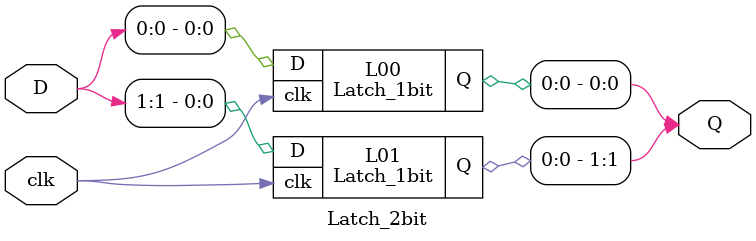
<source format=v>
module tristate_buffer(input x, enable, output z);
assign z = enable? x : 'bz;
endmodule
//////////////////////////////////////////////////
module reg_32bit (input[31:0] d, input en,wr,clk, output[31:0] q);
reg[31:0] internal_q;
always@( posedge clk ) begin
  if (en) begin
if (wr) internal_q <= d;
end
end
assign q = internal_q;
endmodule
//////////////////////////////////////////////////
module decoder_32bit (input [4:0]x, output [31:0]y);
and(y[0],~x[4],~x[3],~x[2],~x[1],~x[0]);
and(y[1],~x[4],~x[3],~x[2],~x[1],x[0]);
and(y[2],~x[4],~x[3],~x[2],x[1],~x[0]);
and(y[3],~x[4],~x[3],~x[2],x[1],x[0]);
and(y[4],~x[4],~x[3],x[2],~x[1],~x[0]);
and(y[5],~x[4],~x[3],x[2],~x[1],x[0]);
and(y[6],~x[4],~x[3],x[2],x[1],~x[0]);
and(y[7],~x[4],~x[3],x[2],x[1],x[0]);
and(y[8],~x[4],x[3],~x[2],~x[1],~x[0]);
and(y[9],~x[4],x[3],~x[2],~x[1],x[0]);
and(y[10],~x[4],x[3],~x[2],x[1],~x[0]);
and(y[11],~x[4],x[3],~x[2],x[1],x[0]);
and(y[12],~x[4],x[3],x[2],~x[1],~x[0]);
and(y[13],~x[4],x[3],x[2],~x[1],x[0]);
and(y[14],~x[4],x[3],x[2],x[1],~x[0]);
and(y[15],~x[4],x[3],x[2],x[1],x[0]);
and(y[16],x[4],~x[3],~x[2],~x[1],~x[0]);
and(y[17],x[4],~x[3],~x[2],~x[1],x[0]);
and(y[18],x[4],~x[3],~x[2],x[1],~x[0]);
and(y[19],x[4],~x[3],~x[2],x[1],x[0]);
and(y[20],x[4],~x[3],x[2],~x[1],~x[0]);
and(y[21],x[4],~x[3],x[2],~x[1],x[0]);
and(y[22],x[4],~x[3],x[2],x[1],~x[0]);
and(y[23],x[4],~x[3],x[2],x[1],x[0]);
and(y[24],x[4],x[3],~x[2],~x[1],~x[0]);
and(y[25],x[4],x[3],~x[2],~x[1],x[0]);
and(y[26],x[4],x[3],~x[2],x[1],~x[0]);
and(y[27],x[4],x[3],~x[2],x[1],x[0]);
and(y[28],x[4],x[3],x[2],~x[1],~x[0]);
and(y[29],x[4],x[3],x[2],~x[1],x[0]);
and(y[30],x[4],x[3],x[2],x[1],~x[0]);
and(y[31],x[4],x[3],x[2],x[1],x[0]);
endmodule
//////////////////////////////////////////
module mux_2x5 (input [4:0]O1,O2, input select, output [4:0]out1);
mux m1 (O1[0],O2[0],select,out1[0]),
    m2 (O1[1],O2[1],select,out1[1]),
    m3 (O1[2],O2[2],select,out1[2]),
    m4 (O1[3],O2[3],select,out1[3]),
    m5 (O1[4],O2[4],select,out1[4]);
  endmodule
  //////////////////////////////////////////
   module mux_4x5 (input [4:0]O1,O2,O3,O4, input [1:0]select, output [4:0]out3);
  wire [4:0]out1,out2;
mux q1 (O1[0],O2[0],select[0],out1[0]),
    q2 (O1[1],O2[1],select[0],out1[1]),
    q3 (O1[2],O2[2],select[0],out1[2]),
    q4 (O1[3],O2[3],select[0],out1[3]),
    q5 (O1[4],O2[4],select[0],out1[4]),
    r1 (O3[0],O4[0],select[0],out2[0]),
    r2 (O3[1],O4[1],select[0],out2[1]),
    r3 (O3[2],O4[2],select[0],out2[2]),
    r4 (O3[3],O4[3],select[0],out2[3]),
    r5 (O3[4],O4[4],select[0],out2[4]),
    t1 (out1[0],out2[0],select[1],out3[0]),
    t2 (out1[1],out2[1],select[1],out3[1]),
    t3 (out1[2],out2[2],select[1],out3[2]),
    t4 (out1[3],out2[3],select[1],out3[3]),
    t5 (out1[4],out2[4],select[1],out3[4]);
  endmodule
//////////////////////////////////////////
module mux_2x32 (input [31:0]O1,O2, input select, output [31:0]out1);
mux m1 (O1[0],O2[0],select,out1[0]),
    m2 (O1[1],O2[1],select,out1[1]),
    m3 (O1[2],O2[2],select,out1[2]),
    m4 (O1[3],O2[3],select,out1[3]),
    m5 (O1[4],O2[4],select,out1[4]),
    m6 (O1[5],O2[5],select,out1[5]),
    m7 (O1[6],O2[6],select,out1[6]),
    m8 (O1[7],O2[7],select,out1[7]),
    m9 (O1[8],O2[8],select,out1[8]),
    m10 (O1[9],O2[9],select,out1[9]),
    m11 (O1[10],O2[10],select,out1[10]),
    m12 (O1[11],O2[11],select,out1[11]),
    m13 (O1[12],O2[12],select,out1[12]),
    m14 (O1[13],O2[13],select,out1[13]),
    m15 (O1[14],O2[14],select,out1[14]),
    m16 (O1[15],O2[15],select,out1[15]),
    m17 (O1[16],O2[16],select,out1[16]),
    m18 (O1[17],O2[17],select,out1[17]),
    m19 (O1[18],O2[18],select,out1[18]),
    m20 (O1[19],O2[19],select,out1[19]),
    m21 (O1[20],O2[20],select,out1[20]),
    m22 (O1[21],O2[21],select,out1[21]),
    m23 (O1[22],O2[22],select,out1[22]),
    m24 (O1[23],O2[23],select,out1[23]),
    m25 (O1[24],O2[24],select,out1[24]),
    m26 (O1[25],O2[25],select,out1[25]),
    m27 (O1[26],O2[26],select,out1[26]),
    m28 (O1[27],O2[27],select,out1[27]),
    m29 (O1[28],O2[28],select,out1[28]),
    m30 (O1[29],O2[29],select,out1[29]),
    m31 (O1[30],O2[30],select,out1[30]),
    m32 (O1[31],O2[31],select,out1[31]);
  endmodule
  ///////////////////////////////////////////////
  module mux_4x32 (input [31:0]O1,O2,O3,O4, input [1:0]select, output [31:0]out3);
  wire [31:0]out1,out2;
mux m1 (O1[0],O2[0],select[0],out1[0]),
    m2 (O1[1],O2[1],select[0],out1[1]),
    m3 (O1[2],O2[2],select[0],out1[2]),
    m4 (O1[3],O2[3],select[0],out1[3]),
    m5 (O1[4],O2[4],select[0],out1[4]),
    m6 (O1[5],O2[5],select[0],out1[5]),
    m7 (O1[6],O2[6],select[0],out1[6]),
    m8 (O1[7],O2[7],select[0],out1[7]),
    m9 (O1[8],O2[8],select[0],out1[8]),
    m10 (O1[9],O2[9],select[0],out1[9]),
    m11 (O1[10],O2[10],select[0],out1[10]),
    m12 (O1[11],O2[11],select[0],out1[11]),
    m13 (O1[12],O2[12],select[0],out1[12]),
    m14 (O1[13],O2[13],select[0],out1[13]),
    m15 (O1[14],O2[14],select[0],out1[14]),
    m16 (O1[15],O2[15],select[0],out1[15]),
    m17 (O1[16],O2[16],select[0],out1[16]),
    m18 (O1[17],O2[17],select[0],out1[17]),
    m19 (O1[18],O2[18],select[0],out1[18]),
    m20 (O1[19],O2[19],select[0],out1[19]),
    m21 (O1[20],O2[20],select[0],out1[20]),
    m22 (O1[21],O2[21],select[0],out1[21]),
    m23 (O1[22],O2[22],select[0],out1[22]),
    m24 (O1[23],O2[23],select[0],out1[23]),
    m25 (O1[24],O2[24],select[0],out1[24]),
    m26 (O1[25],O2[25],select[0],out1[25]),
    m27 (O1[26],O2[26],select[0],out1[26]),
    m28 (O1[27],O2[27],select[0],out1[27]),
    m29 (O1[28],O2[28],select[0],out1[28]),
    m30 (O1[29],O2[29],select[0],out1[29]),
    m31 (O1[30],O2[30],select[0],out1[30]),
    m32 (O1[31],O2[31],select[0],out1[31]),
    n1 (O3[0],O4[0],select[0],out2[0]),
    n2 (O3[1],O4[1],select[0],out2[1]),
    n3 (O3[2],O4[2],select[0],out2[2]),
    n4 (O3[3],O4[3],select[0],out2[3]),
    n5 (O3[4],O4[4],select[0],out2[4]),
    n6 (O3[5],O4[5],select[0],out2[5]),
    n7 (O3[6],O4[6],select[0],out2[6]),
    n8 (O3[7],O4[7],select[0],out2[7]),
    n9 (O3[8],O4[8],select[0],out2[8]),
    n10 (O3[9],O4[9],select[0],out2[9]),
    n11 (O3[10],O4[10],select[0],out2[10]),
    n12 (O3[11],O4[11],select[0],out2[11]),
    n13 (O3[12],O4[12],select[0],out2[12]),
    n14 (O3[13],O4[13],select[0],out2[13]),
    n15 (O3[14],O4[14],select[0],out2[14]),
    n16 (O3[15],O4[15],select[0],out2[15]),
    n17 (O3[16],O4[16],select[0],out2[16]),
    n18 (O3[17],O4[17],select[0],out2[17]),
    n19 (O3[18],O4[18],select[0],out2[18]),
    n20 (O3[19],O4[19],select[0],out2[19]),
    n21 (O3[20],O4[20],select[0],out2[20]),
    n22 (O3[21],O4[21],select[0],out2[21]),
    n23 (O3[22],O4[22],select[0],out2[22]),
    n24 (O3[23],O4[23],select[0],out2[23]),
    n25 (O3[24],O4[24],select[0],out2[24]),
    n26 (O3[25],O4[25],select[0],out2[25]),
    n27 (O3[26],O4[26],select[0],out2[26]),
    n28 (O3[27],O4[27],select[0],out2[27]),
    n29 (O3[28],O4[28],select[0],out2[28]),
    n30 (O3[29],O4[29],select[0],out2[29]),
    n31 (O3[30],O4[30],select[0],out2[30]),
    n32 (O3[31],O4[31],select[0],out2[31]),
    p1 (out1[0],out2[0],select[1],out3[0]),
    p2 (out1[1],out2[1],select[1],out3[1]),
    p3 (out1[2],out2[2],select[1],out3[2]),
    p4 (out1[3],out2[3],select[1],out3[3]),
    p5 (out1[4],out2[4],select[1],out3[4]),
    p6 (out1[5],out2[5],select[1],out3[5]),
    p7 (out1[6],out2[6],select[1],out3[6]),
    p8 (out1[7],out2[7],select[1],out3[7]),
    p9 (out1[8],out2[8],select[1],out3[8]),
    p10 (out1[9],out2[9],select[1],out3[9]),
    p11 (out1[10],out2[10],select[1],out3[10]),
    p12 (out1[11],out2[11],select[1],out3[11]),
    p13 (out1[12],out2[12],select[1],out3[12]),
    p14 (out1[13],out2[13],select[1],out3[13]),
    p15 (out1[14],out2[14],select[1],out3[14]),
    p16 (out1[15],out2[15],select[1],out3[15]),
    p17 (out1[16],out2[16],select[1],out3[16]),
    p18 (out1[17],out2[17],select[1],out3[17]),
    p19 (out1[18],out2[18],select[1],out3[18]),
    p20 (out1[19],out2[19],select[1],out3[19]),
    p21 (out1[20],out2[20],select[1],out3[20]),
    p22 (out1[21],out2[21],select[1],out3[21]),
    p23 (out1[22],out2[22],select[1],out3[22]),
    p24 (out1[23],out2[23],select[1],out3[23]),
    p25 (out1[24],out2[24],select[1],out3[24]),
    p26 (out1[25],out2[25],select[1],out3[25]),
    p27 (out1[26],out2[26],select[1],out3[26]),
    p28 (out1[27],out2[27],select[1],out3[27]),
    p29 (out1[28],out2[28],select[1],out3[28]),
    p30 (out1[29],out2[29],select[1],out3[29]),
    p31 (out1[30],out2[30],select[1],out3[30]),
    p32 (out1[31],out2[31],select[1],out3[31]);
  endmodule
  ///////////////////////////////////////////////
module Latch_1bit (input D, input clk, output reg Q); 
always @ (posedge clk) 
    begin 
       Q <= D; 
   end 
endmodule 
/////////////////////////////////////////
module Latch_32bit (input [31:0]D,input clk,output [31:0]Q);
Latch_1bit L0 (D[0],clk,Q[0]),
           L1 (D[1],clk,Q[1]),
           L2 (D[2],clk,Q[2]),
           L3 (D[3],clk,Q[3]),
           L4 (D[4],clk,Q[4]),
           L5 (D[5],clk,Q[5]),
           L6 (D[6],clk,Q[6]),
           L7 (D[7],clk,Q[7]),
           L8 (D[8],clk,Q[8]),
           L9 (D[9],clk,Q[9]),
           L10 (D[10],clk,Q[10]),
           L11 (D[11],clk,Q[11]),
           L12 (D[12],clk,Q[12]),
           L13 (D[13],clk,Q[13]),
           L14 (D[14],clk,Q[14]),
           L15 (D[15],clk,Q[15]),
           L16 (D[16],clk,Q[16]),
           L17 (D[17],clk,Q[17]),
           L18 (D[18],clk,Q[18]),
           L19 (D[19],clk,Q[19]),
           L20 (D[20],clk,Q[20]),
           L21 (D[21],clk,Q[21]),
           L22 (D[22],clk,Q[22]),
           L23 (D[23],clk,Q[23]),
           L24 (D[24],clk,Q[24]),
           L25 (D[25],clk,Q[25]),
           L26 (D[26],clk,Q[26]),
           L27 (D[27],clk,Q[27]),
           L28 (D[28],clk,Q[28]),
           L29 (D[29],clk,Q[29]),
           L30 (D[30],clk,Q[30]),
           L31 (D[31],clk,Q[31]);
endmodule
/////////////////////////////////////////
module SignExtend16 (input [15:0]x, output [31:0]y);
  assign y[15:0]=x[15:0];
  assign y[16]=x[15];
  assign y[17]=x[15];
  assign y[18]=x[15];
  assign y[19]=x[15];
  assign y[20]=x[15];
  assign y[21]=x[15];
  assign y[22]=x[15];
  assign y[23]=x[15];
  assign y[24]=x[15];
  assign y[25]=x[15];
  assign y[26]=x[15];
  assign y[27]=x[15];
  assign y[28]=x[15];
  assign y[29]=x[15];
  assign y[30]=x[15];
  assign y[31]=x[15];
endmodule
/////////////////////////////////////////
module Latch_5bit (input [4:0]D,input clk,output [4:0]Q);
  Latch_1bit L0 (D[0],clk,Q[0]),
             L1 (D[1],clk,Q[1]),
             L2 (D[2],clk,Q[2]),
             L3 (D[3],clk,Q[3]),
             L4 (D[4],clk,Q[4]);
endmodule
////////////////////////////////////////
module Latch_2bit (input [1:0]D,input clk,output [1:0]Q);
  Latch_1bit L00 (D[0],clk,Q[0]),
             L01 (D[1],clk,Q[1]);
endmodule
</source>
